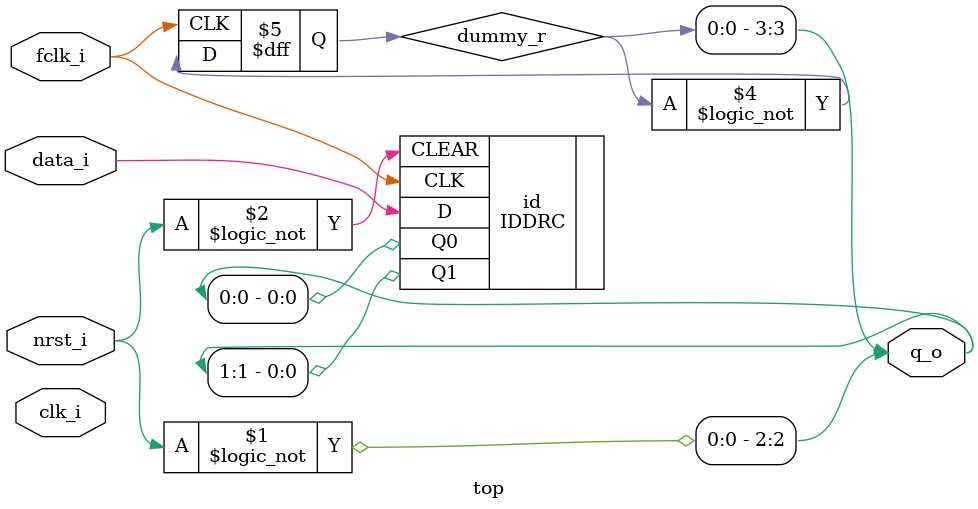
<source format=v>
`default_nettype none
module top(input wire clk_i, 
	input wire nrst_i, 
	input wire fclk_i,
	input wire data_i,
	output wire [7:0]q_o);

	assign q_o[2] = !nrst_i;
    IDDRC id(
        .D(data_i),
		.CLK(fclk_i),
		.CLEAR(!nrst_i),
        .Q0(q_o[0]),
        .Q1(q_o[1])
    );
	defparam id.Q0_INIT=1'b0;
	defparam id.Q1_INIT=1'b0;

	// dummy DFF
	assign q_o[3] = dummy_r;
	reg dummy_r;
	always @(posedge fclk_i) begin
		dummy_r <= !dummy_r;
	end
endmodule

</source>
